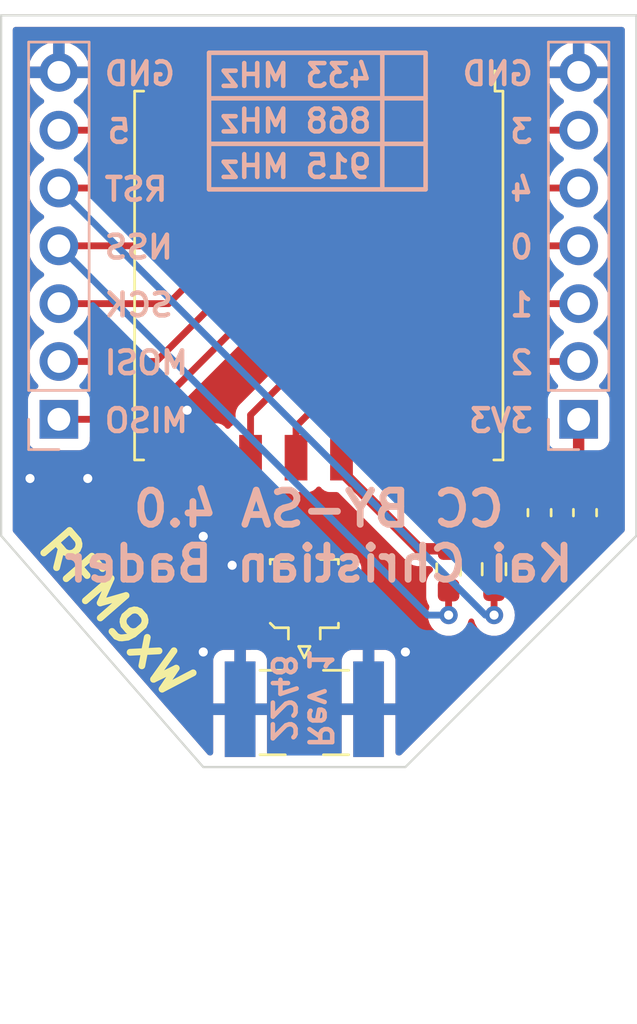
<source format=kicad_pcb>
(kicad_pcb (version 20211014) (generator pcbnew)
  (title_block (title "RFM95/RFM96 Board") (date "2022-12-04") (rev "1") (company "Kai Christian Bader") (comment 1 "CC BY-SA 4.0"))
  (layers (0 "F.Cu" signal) (31 "B.Cu" signal) (34 "B.Paste" user) (35 "F.Paste" user) (36 "B.SilkS" user "B.Silkscreen") (37 "F.SilkS" user "F.Silkscreen") (38 "B.Mask" user) (39 "F.Mask" user) (44 "Edge.Cuts" user))
  (net 0 "")
  (net 1 "GND")
  (net 2 "/MISO")
  (net 3 "/MOSI")
  (net 4 "/SCK")
  (net 5 "/NSS")
  (net 6 "/~{RESET}")
  (net 7 "/DIO5")
  (net 8 "/DIO2")
  (net 9 "/DIO1")
  (net 10 "/DIO0")
  (net 11 "+3.3V")
  (net 12 "/DIO4")
  (net 13 "/DIO3")
  (net 14 "/ANT")
  (footprint "Capacitor_SMD:C_0603_1608Metric_Pad1.08x0.95mm_HandSolder" (layer "F.Cu") (at 112.71 67.415 -90)
    (fp_text reference "C1" hide)
    (fp_text value "100n")
    (fp_line (start -0.146267 0.51) (end 0.146267 0.51) (layer "F.SilkS") (width 0.12))
    (fp_line (start -0.146267 -0.51) (end 0.146267 -0.51) (layer "F.SilkS") (width 0.12))
    (pad "1" smd roundrect (at -0.8625 0 270) (size 1.075 0.95) (layers "F.Cu" "F.Paste" "F.Mask") (net 11 "+3.3V"))
    (pad "2" smd roundrect (at 0.8625 0 270) (size 1.075 0.95) (layers "F.Cu" "F.Paste" "F.Mask") (net 1 "GND"))
  )
  (footprint "Connector_Coaxial:SMA_Samtec_SMA-J-P-X-ST-EM1_EdgeMount" (layer "F.Cu") (at 100.365 76.05)
    (fp_text reference "J4" hide)
    (fp_text value "SMA")
    (fp_line (start 0.84 -1.71) (end 1.95 -1.71) (layer "F.SilkS") (width 0.12))
    (fp_line (start -1.95 -1.71) (end -0.84 -1.71) (layer "F.SilkS") (width 0.12))
    (fp_line (start 0 -2.26) (end 0.25 -2.76) (layer "F.SilkS") (width 0.12))
    (fp_line (start 0.25 -2.76) (end -0.25 -2.76) (layer "F.SilkS") (width 0.12))
    (fp_line (start -0.25 -2.76) (end 0 -2.26) (layer "F.SilkS") (width 0.12))
    (fp_line (start 0.84 2) (end 1.95 2) (layer "F.SilkS") (width 0.12))
    (fp_line (start -1.95 2) (end -0.84 2) (layer "F.SilkS") (width 0.12))
    (pad "1" smd rect (at 0 0.2) (size 1.27 3.6) (layers "F.Cu" "F.Paste" "F.Mask") (net 14 "/ANT"))
    (pad "2" smd rect (at 2.825 0) (size 1.35 4.2) (layers "B.Cu" "B.Paste" "B.Mask") (net 1 "GND"))
    (pad "2" smd rect (at -2.825 0) (size 1.35 4.2) (layers "F.Cu" "F.Paste" "F.Mask") (net 1 "GND"))
    (pad "2" smd rect (at 2.825 0) (size 1.35 4.2) (layers "F.Cu" "F.Paste" "F.Mask") (net 1 "GND"))
    (pad "2" smd rect (at -2.825 0) (size 1.35 4.2) (layers "B.Cu" "B.Paste" "B.Mask") (net 1 "GND"))
  )
  (footprint "RF_Module:HOPERF_RFM9XW_SMD" (layer "F.Cu") (at 101 57 -90)
    (fp_text reference "U1" hide)
    (fp_text value "RFM9x")
    (fp_line (start -8.1 -8.1) (end -8.1 -7.75) (layer "F.SilkS") (width 0.12))
    (fp_line (start -8.1 -7.75) (end -9 -7.75) (layer "F.SilkS") (width 0.12))
    (fp_line (start -8.1 7.7) (end -8.1 8.1) (layer "F.SilkS") (width 0.12))
    (fp_line (start 8.1 -8.1) (end 8.1 -7.7) (layer "F.SilkS") (width 0.12))
    (fp_line (start -8.1 -8.1) (end 8.1 -8.1) (layer "F.SilkS") (width 0.12))
    (fp_line (start -8.1 8.1) (end 8.1 8.1) (layer "F.SilkS") (width 0.12))
    (fp_line (start 8.1 8.1) (end 8.1 7.7) (layer "F.SilkS") (width 0.12))
    (pad "1" smd rect (at -8 -7 270) (size 2 1) (layers "F.Cu" "F.Paste" "F.Mask") (net 1 "GND"))
    (pad "2" smd rect (at -8 -5 270) (size 2 1) (layers "F.Cu" "F.Paste" "F.Mask") (net 2 "/MISO"))
    (pad "3" smd rect (at -8 -3 270) (size 2 1) (layers "F.Cu" "F.Paste" "F.Mask") (net 3 "/MOSI"))
    (pad "4" smd rect (at -8 -1 270) (size 2 1) (layers "F.Cu" "F.Paste" "F.Mask") (net 4 "/SCK"))
    (pad "5" smd rect (at -8 1 270) (size 2 1) (layers "F.Cu" "F.Paste" "F.Mask") (net 5 "/NSS"))
    (pad "6" smd rect (at -8 3 270) (size 2 1) (layers "F.Cu" "F.Paste" "F.Mask") (net 6 "/~{RESET}"))
    (pad "7" smd rect (at -8 5 270) (size 2 1) (layers "F.Cu" "F.Paste" "F.Mask") (net 7 "/DIO5"))
    (pad "8" smd rect (at -8 7 270) (size 2 1) (layers "F.Cu" "F.Paste" "F.Mask") (net 1 "GND"))
    (pad "9" smd rect (at 8 7 270) (size 2 1) (layers "F.Cu" "F.Paste" "F.Mask") (net 14 "/ANT"))
    (pad "10" smd rect (at 8 5 270) (size 2 1) (layers "F.Cu" "F.Paste" "F.Mask") (net 1 "GND"))
    (pad "11" smd rect (at 8 3 270) (size 2 1) (layers "F.Cu" "F.Paste" "F.Mask") (net 13 "/DIO3"))
    (pad "12" smd rect (at 8 1 270) (size 2 1) (layers "F.Cu" "F.Paste" "F.Mask") (net 12 "/DIO4"))
    (pad "13" smd rect (at 8 -1 270) (size 2 1) (layers "F.Cu" "F.Paste" "F.Mask") (net 11 "+3.3V"))
    (pad "14" smd rect (at 8 -3 270) (size 2 1) (layers "F.Cu" "F.Paste" "F.Mask") (net 10 "/DIO0"))
    (pad "15" smd rect (at 8 -5 270) (size 2 1) (layers "F.Cu" "F.Paste" "F.Mask") (net 9 "/DIO1"))
    (pad "16" smd rect (at 8 -7 270) (size 2 1) (layers "F.Cu" "F.Paste" "F.Mask") (net 8 "/DIO2"))
  )
  (footprint "Resistor_SMD:R_0603_1608Metric_Pad0.98x0.95mm_HandSolder" (layer "F.Cu") (at 108.71 69.8975 -90)
    (fp_text reference "R2" hide)
    (fp_text value "100k")
    (fp_line (start -0.254724 -0.5225) (end 0.254724 -0.5225) (layer "F.SilkS") (width 0.12))
    (fp_line (start -0.254724 0.5225) (end 0.254724 0.5225) (layer "F.SilkS") (width 0.12))
    (pad "1" smd roundrect (at -0.9125 0 270) (size 0.975 0.95) (layers "F.Cu" "F.Paste" "F.Mask") (net 11 "+3.3V"))
    (pad "2" smd roundrect (at 0.9125 0 270) (size 0.975 0.95) (layers "F.Cu" "F.Paste" "F.Mask") (net 6 "/~{RESET}"))
  )
  (footprint "Capacitor_SMD:C_0603_1608Metric_Pad1.08x0.95mm_HandSolder" (layer "F.Cu") (at 110.71 67.415 -90)
    (fp_text reference "C2" hide)
    (fp_text value "4u7")
    (fp_line (start -0.146267 0.51) (end 0.146267 0.51) (layer "F.SilkS") (width 0.12))
    (fp_line (start -0.146267 -0.51) (end 0.146267 -0.51) (layer "F.SilkS") (width 0.12))
    (pad "1" smd roundrect (at -0.8625 0 270) (size 1.075 0.95) (layers "F.Cu" "F.Paste" "F.Mask") (net 11 "+3.3V"))
    (pad "2" smd roundrect (at 0.8625 0 270) (size 1.075 0.95) (layers "F.Cu" "F.Paste" "F.Mask") (net 1 "GND"))
  )
  (footprint "Resistor_SMD:R_0603_1608Metric_Pad0.98x0.95mm_HandSolder" (layer "F.Cu") (at 106.71 69.915 -90)
    (fp_text reference "R1" hide)
    (fp_text value "100k")
    (fp_line (start -0.254724 -0.5225) (end 0.254724 -0.5225) (layer "F.SilkS") (width 0.12))
    (fp_line (start -0.254724 0.5225) (end 0.254724 0.5225) (layer "F.SilkS") (width 0.12))
    (pad "1" smd roundrect (at -0.9125 0 270) (size 0.975 0.95) (layers "F.Cu" "F.Paste" "F.Mask") (net 11 "+3.3V"))
    (pad "2" smd roundrect (at 0.9125 0 270) (size 0.975 0.95) (layers "F.Cu" "F.Paste" "F.Mask") (net 5 "/NSS"))
  )
  (footprint "Connector_Coaxial:U.FL_Molex_MCRF_73412-0110_Vertical" (layer "F.Cu") (at 100.365 70.97)
    (fp_text reference "J3" hide)
    (fp_text value "U.FL / IPEX")
    (fp_line (start 1.5 -1.5) (end 1.5 -1.3) (layer "F.SilkS") (width 0.12))
    (fp_line (start -0.7 1.5) (end -0.7 2) (layer "F.SilkS") (width 0.12))
    (fp_line (start 0.7 -1.5) (end 1.5 -1.5) (layer "F.SilkS") (width 0.12))
    (fp_line (start 1.5 1.5) (end 0.7 1.5) (layer "F.SilkS") (width 0.12))
    (fp_line (start -0.7 1.5) (end -1.3 1.5) (layer "F.SilkS") (width 0.12))
    (fp_line (start 1.5 1.3) (end 1.5 1.5) (layer "F.SilkS") (width 0.12))
    (fp_line (start 0.7 1.5) (end 0.7 2) (layer "F.SilkS") (width 0.12))
    (fp_line (start -1.5 -1.5) (end -0.7 -1.5) (layer "F.SilkS") (width 0.12))
    (fp_line (start -1.3 1.5) (end -1.5 1.3) (layer "F.SilkS") (width 0.12))
    (fp_line (start -1.5 -1.3) (end -1.5 -1.5) (layer "F.SilkS") (width 0.12))
    (pad "1" smd rect (at 0 1.5) (size 1 1) (layers "F.Cu" "F.Paste" "F.Mask") (net 14 "/ANT"))
    (pad "2" smd rect (at -1.475 0) (size 1.05 2.2) (layers "F.Cu" "F.Paste" "F.Mask") (net 1 "GND"))
    (pad "2" smd rect (at 0 -1.5) (size 1 1) (layers "F.Cu" "F.Paste" "F.Mask") (net 1 "GND"))
    (pad "2" smd rect (at 1.475 0) (size 1.05 2.2) (layers "F.Cu" "F.Paste" "F.Mask") (net 1 "GND"))
  )
  (footprint "Connector_PinHeader_2.54mm:PinHeader_1x07_P2.54mm_Vertical" (layer "B.Cu") (at 112.43 63.315)
    (fp_text reference "J2" hide)
    (fp_text value "Conn2")
    (fp_line (start -1.33 0) (end -1.33 1.33) (layer "B.SilkS") (width 0.12))
    (fp_line (start 1.33 -1.27) (end 1.33 -16.57) (layer "B.SilkS") (width 0.12))
    (fp_line (start -1.33 -1.27) (end 1.33 -1.27) (layer "B.SilkS") (width 0.12))
    (fp_line (start -1.33 -16.57) (end 1.33 -16.57) (layer "B.SilkS") (width 0.12))
    (fp_line (start -1.33 1.33) (end 0 1.33) (layer "B.SilkS") (width 0.12))
    (fp_line (start -1.33 -1.27) (end -1.33 -16.57) (layer "B.SilkS") (width 0.12))
    (pad "1" thru_hole rect (at 0 0) (size 1.7 1.7) (drill 1) (layers *.Cu *.Mask) (net 11 "+3.3V"))
    (pad "2" thru_hole oval (at 0 -2.54) (size 1.7 1.7) (drill 1) (layers *.Cu *.Mask) (net 8 "/DIO2"))
    (pad "3" thru_hole oval (at 0 -5.08) (size 1.7 1.7) (drill 1) (layers *.Cu *.Mask) (net 9 "/DIO1"))
    (pad "4" thru_hole oval (at 0 -7.62) (size 1.7 1.7) (drill 1) (layers *.Cu *.Mask) (net 10 "/DIO0"))
    (pad "5" thru_hole oval (at 0 -10.16) (size 1.7 1.7) (drill 1) (layers *.Cu *.Mask) (net 12 "/DIO4"))
    (pad "6" thru_hole oval (at 0 -12.7) (size 1.7 1.7) (drill 1) (layers *.Cu *.Mask) (net 13 "/DIO3"))
    (pad "7" thru_hole oval (at 0 -15.24) (size 1.7 1.7) (drill 1) (layers *.Cu *.Mask) (net 1 "GND"))
  )
  (footprint "Connector_PinHeader_2.54mm:PinHeader_1x07_P2.54mm_Vertical" (layer "B.Cu") (at 89.57 63.315)
    (fp_text reference "J1" hide)
    (fp_text value "Conn1")
    (fp_line (start -1.33 -1.27) (end -1.33 -16.57) (layer "B.SilkS") (width 0.12))
    (fp_line (start -1.33 1.33) (end 0 1.33) (layer "B.SilkS") (width 0.12))
    (fp_line (start -1.33 -16.57) (end 1.33 -16.57) (layer "B.SilkS") (width 0.12))
    (fp_line (start 1.33 -1.27) (end 1.33 -16.57) (layer "B.SilkS") (width 0.12))
    (fp_line (start -1.33 0) (end -1.33 1.33) (layer "B.SilkS") (width 0.12))
    (fp_line (start -1.33 -1.27) (end 1.33 -1.27) (layer "B.SilkS") (width 0.12))
    (pad "1" thru_hole rect (at 0 0) (size 1.7 1.7) (drill 1) (layers *.Cu *.Mask) (net 2 "/MISO"))
    (pad "2" thru_hole oval (at 0 -2.54) (size 1.7 1.7) (drill 1) (layers *.Cu *.Mask) (net 3 "/MOSI"))
    (pad "3" thru_hole oval (at 0 -5.08) (size 1.7 1.7) (drill 1) (layers *.Cu *.Mask) (net 4 "/SCK"))
    (pad "4" thru_hole oval (at 0 -7.62) (size 1.7 1.7) (drill 1) (layers *.Cu *.Mask) (net 5 "/NSS"))
    (pad "5" thru_hole oval (at 0 -10.16) (size 1.7 1.7) (drill 1) (layers *.Cu *.Mask) (net 6 "/~{RESET}"))
    (pad "6" thru_hole oval (at 0 -12.7) (size 1.7 1.7) (drill 1) (layers *.Cu *.Mask) (net 7 "/DIO5"))
    (pad "7" thru_hole oval (at 0 -15.24) (size 1.7 1.7) (drill 1) (layers *.Cu *.Mask) (net 1 "GND"))
  )
  (gr_line (start 96.174 53.215) (end 105.699 53.215) (layer "B.SilkS") (width 0.2))
  (gr_line (start 105.699 53.215) (end 105.699 47.215) (layer "B.SilkS") (width 0.2))
  (gr_line (start 96.174 51.215) (end 105.699 51.215) (layer "B.SilkS") (width 0.2))
  (gr_line (start 96.174 49.215) (end 105.699 49.215) (layer "B.SilkS") (width 0.2))
  (gr_line (start 103.794 53.215) (end 103.794 47.215) (layer "B.SilkS") (width 0.2))
  (gr_line (start 96.174 47.215) (end 96.174 53.215) (layer "B.SilkS") (width 0.2))
  (gr_line (start 105.699 47.215) (end 96.174 47.215) (layer "B.SilkS") (width 0.2))
  (gr_line (start 87.03 68.43) (end 95.92 78.59) (layer "Edge.Cuts") (width 0.1))
  (gr_line (start 114.97 45.57) (end 87.03 45.57) (layer "Edge.Cuts") (width 0.1))
  (gr_line (start 114.97 68.43) (end 114.97 45.57) (layer "Edge.Cuts") (width 0.1))
  (gr_line (start 104.81 78.59) (end 114.97 68.43) (layer "Edge.Cuts") (width 0.1))
  (gr_line (start 95.92 78.59) (end 104.81 78.59) (layer "Edge.Cuts") (width 0.1))
  (gr_line (start 87.03 45.57) (end 87.03 68.43) (layer "Edge.Cuts") (width 0.1))
  (gr_text "868 MHz" (at 99.984 50.215) (layer "B.SilkS") (effects (font (size 1 1) (thickness 0.2)) (justify mirror)))
  (gr_text "1" (at 110.525 58.295) (layer "B.SilkS") (effects (font (size 1 1) (thickness 0.2)) (justify left mirror)))
  (gr_text "4" (at 110.525 53.215) (layer "B.SilkS") (effects (font (size 1 1) (thickness 0.2)) (justify left mirror)))
  (gr_text "3" (at 110.525 50.675) (layer "B.SilkS") (effects (font (size 1 1) (thickness 0.2)) (justify left mirror)))
  (gr_text "SCK" (at 91.475 58.295) (layer "B.SilkS") (effects (font (size 1 1) (thickness 0.2)) (justify right mirror)))
  (gr_text "915 MHz" (at 99.984 52.215) (layer "B.SilkS") (effects (font (size 1 1) (thickness 0.2)) (justify mirror)))
  (gr_text "NSS" (at 91.475 55.755) (layer "B.SilkS") (effects (font (size 1 1) (thickness 0.2)) (justify right mirror)))
  (gr_text "433 MHz" (at 99.984 48.215) (layer "B.SilkS") (effects (font (size 1 1) (thickness 0.2)) (justify mirror)))
  (gr_text "3V3" (at 110.525 63.375) (layer "B.SilkS") (effects (font (size 1 1) (thickness 0.2)) (justify left mirror)))
  (gr_text "2" (at 110.525 60.835) (layer "B.SilkS") (effects (font (size 1 1) (thickness 0.2)) (justify left mirror)))
  (gr_text "RST" (at 91.475 53.215) (layer "B.SilkS") (effects (font (size 1 1) (thickness 0.2)) (justify right mirror)))
  (gr_text "MOSI" (at 91.475 60.835) (layer "B.SilkS") (effects (font (size 1 1) (thickness 0.2)) (justify right mirror)))
  (gr_text "0" (at 110.525 55.755) (layer "B.SilkS") (effects (font (size 1 1) (thickness 0.2)) (justify left mirror)))
  (gr_text "CC BY-SA 4.0\nKai Christian Bader" (at 101 68.455) (layer "B.SilkS") (effects (font (size 1.5 1.5) (thickness 0.3)) (justify mirror)))
  (gr_text "GND" (at 91.475 48.135) (layer "B.SilkS") (effects (font (size 1 1) (thickness 0.2)) (justify right mirror)))
  (gr_text "Rev 1\n2248" (at 100.238 75.567 -90) (layer "B.SilkS") (effects (font (size 1 1) (thickness 0.2)) (justify mirror)))
  (gr_text "GND" (at 110.525 48.135) (layer "B.SilkS") (effects (font (size 1 1) (thickness 0.2)) (justify left mirror)))
  (gr_text "MISO" (at 91.475 63.375) (layer "B.SilkS") (effects (font (size 1 1) (thickness 0.2)) (justify right mirror)))
  (gr_text "5" (at 91.602 50.675) (layer "B.SilkS") (effects (font (size 1 1) (thickness 0.2)) (justify right mirror)))
  (gr_text "RFM9xW" (at 92.09 71.81 311) (layer "F.SilkS") (effects (font (size 1.5 1.5) (thickness 0.3))))
  (via (at 95.92 68.455) (size 0.8) (drill 0.4) (layers "F.Cu" "B.Cu") (net 1))
  (via (at 88.3 65.915) (size 0.8) (drill 0.4) (layers "F.Cu" "B.Cu") (net 1))
  (via (at 90.84 65.915) (size 0.8) (drill 0.4) (layers "F.Cu" "B.Cu") (net 1))
  (via (at 95.92 73.535) (size 0.8) (drill 0.4) (layers "F.Cu" "B.Cu") (net 1))
  (via (at 97.19 69.725) (size 0.8) (drill 0.4) (layers "F.Cu" "B.Cu") (net 1))
  (via (at 95.21 62.915) (size 0.8) (drill 0.4) (layers "F.Cu" "B.Cu") (net 1))
  (via (at 104.81 73.535) (size 0.8) (drill 0.4) (layers "F.Cu" "B.Cu") (net 1))
  (segment (start 93.31 63.315) (end 89.57 63.315) (width 0.3) (layer "F.Cu") (net 2))
  (segment (start 106 50.625) (end 93.31 63.315) (width 0.3) (layer "F.Cu") (net 2))
  (segment (start 106 49) (end 106 50.625) (width 0.3) (layer "F.Cu") (net 2))
  (segment (start 104 49) (end 104 50.625) (width 0.3) (layer "F.Cu") (net 3))
  (segment (start 93.85 60.775) (end 89.57 60.775) (width 0.3) (layer "F.Cu") (net 3))
  (segment (start 104 50.625) (end 93.85 60.775) (width 0.3) (layer "F.Cu") (net 3))
  (segment (start 102 49) (end 102 50.625) (width 0.3) (layer "F.Cu") (net 4))
  (segment (start 102 50.625) (end 94.39 58.235) (width 0.3) (layer "F.Cu") (net 4))
  (segment (start 94.39 58.235) (end 89.57 58.235) (width 0.3) (layer "F.Cu") (net 4))
  (segment (start 94.93 55.695) (end 89.57 55.695) (width 0.3) (layer "F.Cu") (net 5))
  (segment (start 106.71 70.8275) (end 106.71 71.915) (width 0.3) (layer "F.Cu") (net 5))
  (segment (start 100 49) (end 100 50.625) (width 0.3) (layer "F.Cu") (net 5))
  (segment (start 100 50.625) (end 94.93 55.695) (width 0.3) (layer "F.Cu") (net 5))
  (via (at 106.71 71.915) (size 0.8) (drill 0.4) (layers "F.Cu" "B.Cu") (net 5))
  (segment (start 106.71 71.915) (end 105.79 71.915) (width 0.3) (layer "B.Cu") (net 5))
  (segment (start 105.79 71.915) (end 89.57 55.695) (width 0.3) (layer "B.Cu") (net 5))
  (segment (start 108.71 70.81) (end 108.71 71.915) (width 0.3) (layer "F.Cu") (net 6))
  (segment (start 95.47 53.155) (end 89.57 53.155) (width 0.3) (layer "F.Cu") (net 6))
  (segment (start 98 50.625) (end 95.47 53.155) (width 0.3) (layer "F.Cu") (net 6))
  (segment (start 98 49) (end 98 50.625) (width 0.3) (layer "F.Cu") (net 6))
  (via (at 108.71 71.915) (size 0.8) (drill 0.4) (layers "F.Cu" "B.Cu") (net 6))
  (segment (start 108.33 71.915) (end 89.57 53.155) (width 0.3) (layer "B.Cu") (net 6))
  (segment (start 108.71 71.915) (end 108.33 71.915) (width 0.3) (layer "B.Cu") (net 6))
  (segment (start 95.51 50.615) (end 89.57 50.615) (width 0.3) (layer "F.Cu") (net 7))
  (segment (start 96 50.125) (end 95.51 50.615) (width 0.3) (layer "F.Cu") (net 7))
  (segment (start 96 49) (end 96 50.125) (width 0.3) (layer "F.Cu") (net 7))
  (segment (start 112.43 60.775) (end 110.35 60.775) (width 0.3) (layer "F.Cu") (net 8))
  (segment (start 108 63.125) (end 108 65) (width 0.3) (layer "F.Cu") (net 8))
  (segment (start 110.35 60.775) (end 108 63.125) (width 0.3) (layer "F.Cu") (net 8))
  (segment (start 110.39 58.235) (end 106 62.625) (width 0.3) (layer "F.Cu") (net 9))
  (segment (start 106 62.625) (end 106 65) (width 0.3) (layer "F.Cu") (net 9))
  (segment (start 112.43 58.235) (end 110.39 58.235) (width 0.3) (layer "F.Cu") (net 9))
  (segment (start 112.43 55.695) (end 110.43 55.695) (width 0.3) (layer "F.Cu") (net 10))
  (segment (start 104 62.125) (end 104 65) (width 0.3) (layer "F.Cu") (net 10))
  (segment (start 110.43 55.695) (end 104 62.125) (width 0.3) (layer "F.Cu") (net 10))
  (segment (start 112.43 66.2725) (end 112.71 66.5525) (width 0.5) (layer "F.Cu") (net 11))
  (segment (start 110.71 66.5525) (end 108.71 68.5525) (width 0.5) (layer "F.Cu") (net 11))
  (segment (start 112.43 63.315) (end 112.43 66.2725) (width 0.5) (layer "F.Cu") (net 11))
  (segment (start 106.71 69.0025) (end 105.4025 69.0025) (width 0.5) (layer "F.Cu") (net 11))
  (segment (start 102 65.6) (end 102 65) (width 0.5) (layer "F.Cu") (net 11))
  (segment (start 105.4025 69.0025) (end 102 65.6) (width 0.5) (layer "F.Cu") (net 11))
  (segment (start 108.71 68.985) (end 106.7275 68.985) (width 0.5) (layer "F.Cu") (net 11))
  (segment (start 110.71 66.5525) (end 112.71 66.5525) (width 0.5) (layer "F.Cu") (net 11))
  (segment (start 106.7275 68.985) (end 106.71 69.0025) (width 0.5) (layer "F.Cu") (net 11))
  (segment (start 108.71 68.5525) (end 108.71 68.985) (width 0.5) (layer "F.Cu") (net 11))
  (segment (start 110.47 53.155) (end 100 63.625) (width 0.3) (layer "F.Cu") (net 12))
  (segment (start 100 63.625) (end 100 65) (width 0.3) (layer "F.Cu") (net 12))
  (segment (start 112.43 53.155) (end 110.47 53.155) (width 0.3) (layer "F.Cu") (net 12))
  (segment (start 112.43 50.615) (end 110.51 50.615) (width 0.3) (layer "F.Cu") (net 13))
  (segment (start 98 63.125) (end 98 65) (width 0.3) (layer "F.Cu") (net 13))
  (segment (start 110.51 50.615) (end 98 63.125) (width 0.3) (layer "F.Cu") (net 13))
  (segment (start 100.365 72.526568) (end 100.365 76.25) (width 0.36) (layer "F.Cu") (net 14))
  (segment (start 94 67.343324) (end 94 65) (width 0.36) (layer "F.Cu") (net 14))
  (segment (start 95.906254 71.406254) (end 95.525 71.025) (width 0.36) (layer "F.Cu") (net 14))
  (segment (start 98.6675 72.55) (end 100.228431 72.55) (width 0.36) (layer "F.Cu") (net 14))
  (arc (start 100.365 72.526568) (mid 100.350535 72.50492) (end 100.325 72.51) (width 0.36) (layer "F.Cu") (net 14))
  (arc (start 100.325 72.51) (mid 100.280693 72.539604) (end 100.228431 72.55) (width 0.36) (layer "F.Cu") (net 14))
  (arc (start 95.906254 71.406254) (mid 97.173124 72.25275) (end 98.6675 72.55) (width 0.36) (layer "F.Cu") (net 14))
  (arc (start 94 67.343324) (mid 94.396334 69.335832) (end 95.525 71.025) (width 0.36) (layer "F.Cu") (net 14))
  (zone (net 1) (net_name "GND") (layer "F.Cu") (connect_pads (clearance 0.508)) (min_thickness 0.254) (fill yes (thermal_gap 0.508) (thermal_bridge_width 0.508))
    (polygon (pts (xy 114.97 68.43) (xy 104.81 78.59) (xy 95.92 78.59) (xy 87.03 68.43) (xy 87.03 45.57) (xy 114.97 45.57)))
  )
  (zone (net 1) (net_name "GND") (layer "B.Cu") (connect_pads (clearance 0.508)) (min_thickness 0.254) (fill yes (thermal_gap 0.508) (thermal_bridge_width 0.508))
    (polygon (pts (xy 114.97 68.43) (xy 104.81 78.59) (xy 95.92 78.59) (xy 87.03 68.43) (xy 87.03 45.57) (xy 114.97 45.57)))
  )
)
</source>
